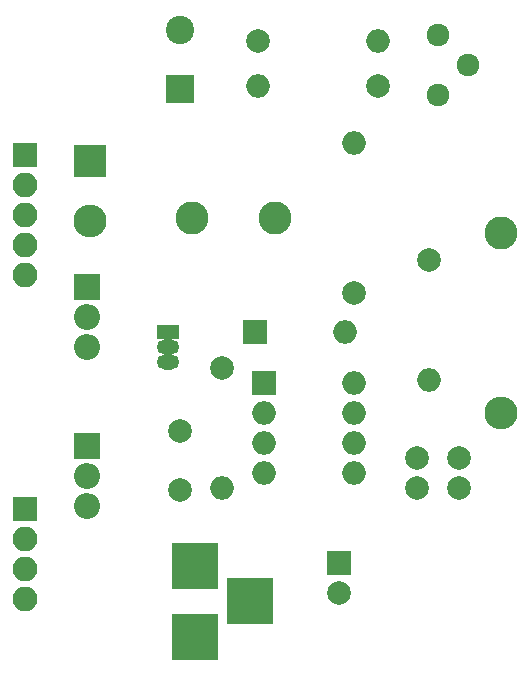
<source format=gbs>
G04 #@! TF.FileFunction,Soldermask,Bot*
%FSLAX46Y46*%
G04 Gerber Fmt 4.6, Leading zero omitted, Abs format (unit mm)*
G04 Created by KiCad (PCBNEW 4.0.7) date 10/23/17 00:19:34*
%MOMM*%
%LPD*%
G01*
G04 APERTURE LIST*
%ADD10C,0.100000*%
%ADD11C,2.000000*%
%ADD12R,2.400000X2.400000*%
%ADD13C,2.400000*%
%ADD14R,2.800000X2.800000*%
%ADD15O,2.800000X2.800000*%
%ADD16R,2.000000X2.000000*%
%ADD17O,2.000000X2.000000*%
%ADD18R,3.900000X3.900000*%
%ADD19R,2.100000X2.100000*%
%ADD20O,2.100000X2.100000*%
%ADD21C,2.800000*%
%ADD22O,1.900000X1.300000*%
%ADD23R,1.900000X1.300000*%
%ADD24R,2.200000X2.200000*%
%ADD25O,2.200000X2.200000*%
%ADD26C,1.924000*%
G04 APERTURE END LIST*
D10*
D11*
X169672000Y-122682000D03*
X169672000Y-125182000D03*
X149606000Y-120396000D03*
X149606000Y-125396000D03*
X173228000Y-122682000D03*
X173228000Y-125182000D03*
D12*
X149606000Y-91440000D03*
D13*
X149606000Y-86440000D03*
D14*
X141986000Y-97536000D03*
D15*
X141986000Y-102616000D03*
D16*
X155956000Y-112014000D03*
D17*
X163576000Y-112014000D03*
D18*
X150876000Y-131826000D03*
X150876000Y-137826000D03*
X155576000Y-134826000D03*
D19*
X136500000Y-127000000D03*
D20*
X136500000Y-129540000D03*
X136500000Y-132080000D03*
X136500000Y-134620000D03*
D19*
X136500000Y-97000000D03*
D20*
X136500000Y-99540000D03*
X136500000Y-102080000D03*
X136500000Y-104620000D03*
X136500000Y-107160000D03*
D21*
X157678000Y-102362000D03*
X150678000Y-102362000D03*
D22*
X148590000Y-113284000D03*
X148590000Y-114554000D03*
D23*
X148590000Y-112014000D03*
D24*
X141732000Y-108204000D03*
D25*
X141732000Y-110744000D03*
X141732000Y-113284000D03*
D11*
X164338000Y-108712000D03*
D17*
X164338000Y-96012000D03*
D11*
X170688000Y-105918000D03*
D17*
X170688000Y-116078000D03*
D11*
X153162000Y-115062000D03*
D17*
X153162000Y-125222000D03*
D11*
X166370000Y-91186000D03*
D17*
X156210000Y-91186000D03*
D26*
X173990000Y-89408000D03*
X171450000Y-86868000D03*
X171450000Y-91948000D03*
D11*
X156210000Y-87376000D03*
D17*
X166370000Y-87376000D03*
D21*
X176784000Y-103632000D03*
D15*
X176784000Y-118872000D03*
D16*
X156718000Y-116332000D03*
D17*
X164338000Y-123952000D03*
X156718000Y-118872000D03*
X164338000Y-121412000D03*
X156718000Y-121412000D03*
X164338000Y-118872000D03*
X156718000Y-123952000D03*
X164338000Y-116332000D03*
D24*
X141732000Y-121666000D03*
D25*
X141732000Y-124206000D03*
X141732000Y-126746000D03*
D16*
X163068000Y-131572000D03*
D11*
X163068000Y-134072000D03*
M02*

</source>
